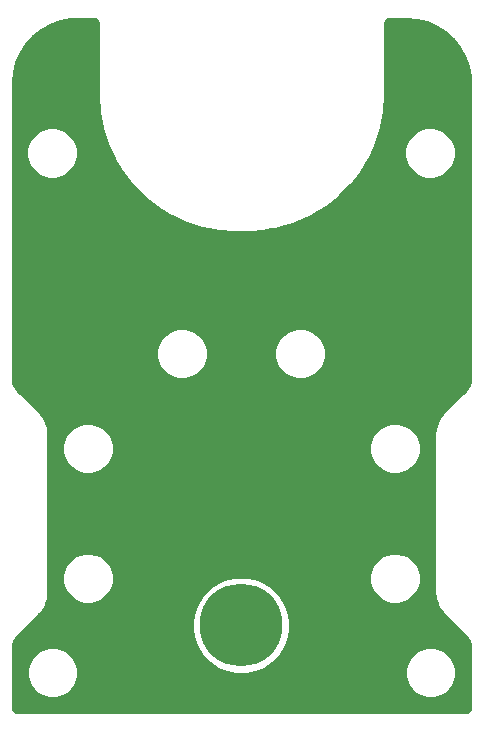
<source format=gtl>
G04 #@! TF.GenerationSoftware,KiCad,Pcbnew,5.1.9+dfsg1-1+deb11u1*
G04 #@! TF.CreationDate,2023-07-29T11:52:06+09:00*
G04 #@! TF.ProjectId,toolhead-bottom-plate,746f6f6c-6865-4616-942d-626f74746f6d,rev?*
G04 #@! TF.SameCoordinates,Original*
G04 #@! TF.FileFunction,Copper,L1,Top*
G04 #@! TF.FilePolarity,Positive*
%FSLAX46Y46*%
G04 Gerber Fmt 4.6, Leading zero omitted, Abs format (unit mm)*
G04 Created by KiCad (PCBNEW 5.1.9+dfsg1-1+deb11u1) date 2023-07-29 11:52:06*
%MOMM*%
%LPD*%
G01*
G04 APERTURE LIST*
G04 #@! TA.AperFunction,ComponentPad*
%ADD10C,7.000000*%
G04 #@! TD*
G04 #@! TA.AperFunction,NonConductor*
%ADD11C,0.254000*%
G04 #@! TD*
G04 #@! TA.AperFunction,NonConductor*
%ADD12C,0.100000*%
G04 #@! TD*
G04 APERTURE END LIST*
D10*
X138463038Y-103000000D03*
D11*
X126065462Y-51669580D02*
X126128394Y-51688580D01*
X126186443Y-51719445D01*
X126237381Y-51760989D01*
X126279286Y-51811644D01*
X126310553Y-51869471D01*
X126329994Y-51932272D01*
X126340039Y-52027845D01*
X126340038Y-57994555D01*
X126340020Y-57994819D01*
X126340002Y-58001730D01*
X126340038Y-58015463D01*
X126340038Y-58032418D01*
X126340084Y-58032882D01*
X126340153Y-58059326D01*
X126341239Y-58076579D01*
X126341148Y-58093863D01*
X126341564Y-58100762D01*
X126428151Y-59421832D01*
X126432693Y-59457787D01*
X126436865Y-59493842D01*
X126438107Y-59500640D01*
X126682777Y-60801739D01*
X126691613Y-60836919D01*
X126700079Y-60872180D01*
X126702128Y-60878780D01*
X127101335Y-62141062D01*
X127114314Y-62174873D01*
X127126974Y-62208914D01*
X127129802Y-62215220D01*
X127677765Y-63420401D01*
X127694727Y-63452438D01*
X127711370Y-63484682D01*
X127714935Y-63490603D01*
X128403715Y-64621223D01*
X128424420Y-64651015D01*
X128444799Y-64681001D01*
X128449041Y-64686439D01*
X128449049Y-64686451D01*
X128449058Y-64686461D01*
X129268671Y-65726136D01*
X129292792Y-65753209D01*
X129316639Y-65780545D01*
X129321513Y-65785445D01*
X130260102Y-66719132D01*
X130287282Y-66743095D01*
X130314259Y-66767385D01*
X130319687Y-66771664D01*
X131363648Y-67585829D01*
X131393510Y-67606353D01*
X131423210Y-67627226D01*
X131429113Y-67630822D01*
X132563326Y-68313673D01*
X132595451Y-68330468D01*
X132627429Y-68347614D01*
X132633720Y-68350474D01*
X133841753Y-68892119D01*
X133875674Y-68904937D01*
X133909470Y-68918113D01*
X133916059Y-68920197D01*
X135180414Y-69312790D01*
X135215640Y-69321442D01*
X135250764Y-69330461D01*
X135257552Y-69331737D01*
X135257555Y-69331738D01*
X135257558Y-69331738D01*
X136559919Y-69569592D01*
X136595916Y-69573948D01*
X136631882Y-69578683D01*
X136638778Y-69579135D01*
X137947792Y-69658051D01*
X137967581Y-69660000D01*
X139032419Y-69660000D01*
X139033279Y-69659915D01*
X139059326Y-69659847D01*
X139076579Y-69658761D01*
X139093863Y-69658852D01*
X139100762Y-69658436D01*
X140421832Y-69571849D01*
X140457787Y-69567307D01*
X140493842Y-69563135D01*
X140500640Y-69561893D01*
X141801739Y-69317223D01*
X141836919Y-69308387D01*
X141872180Y-69299921D01*
X141878780Y-69297872D01*
X143141062Y-68898665D01*
X143174873Y-68885686D01*
X143208914Y-68873026D01*
X143215220Y-68870198D01*
X144420401Y-68322235D01*
X144452438Y-68305273D01*
X144484682Y-68288630D01*
X144490597Y-68285069D01*
X144490607Y-68285063D01*
X145621223Y-67596285D01*
X145651015Y-67575580D01*
X145681001Y-67555201D01*
X145686439Y-67550959D01*
X145686451Y-67550951D01*
X145686461Y-67550942D01*
X146726136Y-66731329D01*
X146753209Y-66707208D01*
X146780545Y-66683361D01*
X146785445Y-66678487D01*
X147719132Y-65739898D01*
X147743095Y-65712718D01*
X147767385Y-65685741D01*
X147771664Y-65680313D01*
X148585829Y-64636352D01*
X148606353Y-64606490D01*
X148627226Y-64576790D01*
X148630822Y-64570887D01*
X149313673Y-63436674D01*
X149330468Y-63404549D01*
X149347614Y-63372571D01*
X149350474Y-63366280D01*
X149610508Y-62786323D01*
X152293535Y-62786323D01*
X152293535Y-63213677D01*
X152376908Y-63632821D01*
X152540450Y-64027645D01*
X152777875Y-64382977D01*
X153080061Y-64685163D01*
X153435393Y-64922588D01*
X153830217Y-65086130D01*
X154249361Y-65169503D01*
X154676715Y-65169503D01*
X155095859Y-65086130D01*
X155490683Y-64922588D01*
X155846015Y-64685163D01*
X156148201Y-64382977D01*
X156385626Y-64027645D01*
X156549168Y-63632821D01*
X156632541Y-63213677D01*
X156632541Y-62786323D01*
X156549168Y-62367179D01*
X156385626Y-61972355D01*
X156148201Y-61617023D01*
X155846015Y-61314837D01*
X155490683Y-61077412D01*
X155095859Y-60913870D01*
X154676715Y-60830497D01*
X154249361Y-60830497D01*
X153830217Y-60913870D01*
X153435393Y-61077412D01*
X153080061Y-61314837D01*
X152777875Y-61617023D01*
X152540450Y-61972355D01*
X152376908Y-62367179D01*
X152293535Y-62786323D01*
X149610508Y-62786323D01*
X149892119Y-62158247D01*
X149904937Y-62124326D01*
X149918113Y-62090530D01*
X149920197Y-62083941D01*
X150312790Y-60819586D01*
X150321442Y-60784360D01*
X150330461Y-60749236D01*
X150331738Y-60742444D01*
X150569592Y-59440081D01*
X150573948Y-59404084D01*
X150578683Y-59368118D01*
X150579135Y-59361222D01*
X150657991Y-58053203D01*
X150660038Y-58032419D01*
X150660038Y-52032279D01*
X150669618Y-51934576D01*
X150688618Y-51871644D01*
X150719483Y-51813595D01*
X150761027Y-51762657D01*
X150811682Y-51720752D01*
X150869509Y-51689485D01*
X150932310Y-51670044D01*
X151027873Y-51660000D01*
X152472949Y-51660000D01*
X153371835Y-51733902D01*
X154220220Y-51947001D01*
X155022409Y-52295803D01*
X155756856Y-52770938D01*
X156403836Y-53359646D01*
X156945984Y-54046125D01*
X157368730Y-54811928D01*
X157660722Y-55636491D01*
X157816154Y-56509076D01*
X157840038Y-57015547D01*
X157840039Y-82139312D01*
X157811413Y-82431261D01*
X157736003Y-82681030D01*
X157613515Y-82911395D01*
X157428897Y-83137759D01*
X155596136Y-84970420D01*
X155579098Y-84991179D01*
X155575306Y-84994893D01*
X155569432Y-85001993D01*
X155322731Y-85304479D01*
X155289616Y-85354321D01*
X155255832Y-85403661D01*
X155251449Y-85411767D01*
X155068200Y-85756409D01*
X155045406Y-85811712D01*
X155021840Y-85866694D01*
X155019116Y-85875498D01*
X154906296Y-86249170D01*
X154894672Y-86307876D01*
X154882240Y-86366364D01*
X154881277Y-86375528D01*
X154843188Y-86763997D01*
X154843188Y-86764008D01*
X154840039Y-86795981D01*
X154840038Y-100203988D01*
X154842622Y-100230227D01*
X154842561Y-100236073D01*
X154843429Y-100245247D01*
X154882874Y-100633581D01*
X154894695Y-100692205D01*
X154905701Y-100751019D01*
X154908334Y-100759850D01*
X155022456Y-101133127D01*
X155045457Y-101188383D01*
X155067659Y-101243893D01*
X155071957Y-101252045D01*
X155256409Y-101596046D01*
X155289665Y-101645722D01*
X155322265Y-101695923D01*
X155328065Y-101703084D01*
X155534217Y-101954058D01*
X155534321Y-101954252D01*
X155596134Y-102029567D01*
X157424780Y-103858134D01*
X157610927Y-104084753D01*
X157734219Y-104314691D01*
X157810500Y-104564196D01*
X157840038Y-104854997D01*
X157840039Y-109967711D01*
X157830458Y-110065424D01*
X157811458Y-110128357D01*
X157780592Y-110186406D01*
X157739049Y-110237343D01*
X157688394Y-110279248D01*
X157630567Y-110310515D01*
X157567766Y-110329956D01*
X157472203Y-110340000D01*
X119532317Y-110340000D01*
X119434614Y-110330420D01*
X119371681Y-110311420D01*
X119313632Y-110280554D01*
X119262695Y-110239011D01*
X119220790Y-110188356D01*
X119189523Y-110130529D01*
X119170082Y-110067728D01*
X119160038Y-109972165D01*
X119160038Y-106786323D01*
X120330535Y-106786323D01*
X120330535Y-107213677D01*
X120413908Y-107632821D01*
X120577450Y-108027645D01*
X120814875Y-108382977D01*
X121117061Y-108685163D01*
X121472393Y-108922588D01*
X121867217Y-109086130D01*
X122286361Y-109169503D01*
X122713715Y-109169503D01*
X123132859Y-109086130D01*
X123527683Y-108922588D01*
X123883015Y-108685163D01*
X124185201Y-108382977D01*
X124422626Y-108027645D01*
X124586168Y-107632821D01*
X124669541Y-107213677D01*
X124669541Y-106786323D01*
X124586168Y-106367179D01*
X124422626Y-105972355D01*
X124185201Y-105617023D01*
X123883015Y-105314837D01*
X123527683Y-105077412D01*
X123132859Y-104913870D01*
X122713715Y-104830497D01*
X122286361Y-104830497D01*
X121867217Y-104913870D01*
X121472393Y-105077412D01*
X121117061Y-105314837D01*
X120814875Y-105617023D01*
X120577450Y-105972355D01*
X120413908Y-106367179D01*
X120330535Y-106786323D01*
X119160038Y-106786323D01*
X119160038Y-104860708D01*
X119188663Y-104568770D01*
X119264073Y-104319000D01*
X119386560Y-104088637D01*
X119571717Y-103861612D01*
X120840647Y-102592738D01*
X134328038Y-102592738D01*
X134328038Y-103407262D01*
X134486944Y-104206135D01*
X134798649Y-104958657D01*
X135251174Y-105635909D01*
X135827129Y-106211864D01*
X136504381Y-106664389D01*
X137256903Y-106976094D01*
X138055776Y-107135000D01*
X138870300Y-107135000D01*
X139669173Y-106976094D01*
X140127320Y-106786323D01*
X152330533Y-106786323D01*
X152330533Y-107213677D01*
X152413906Y-107632821D01*
X152577448Y-108027645D01*
X152814873Y-108382978D01*
X153117059Y-108685164D01*
X153472392Y-108922589D01*
X153867216Y-109086131D01*
X154286360Y-109169504D01*
X154713714Y-109169504D01*
X155132858Y-109086131D01*
X155527682Y-108922589D01*
X155883015Y-108685164D01*
X156185201Y-108382978D01*
X156422626Y-108027645D01*
X156586168Y-107632821D01*
X156669541Y-107213677D01*
X156669541Y-106786323D01*
X156586168Y-106367179D01*
X156422626Y-105972355D01*
X156185201Y-105617022D01*
X155883015Y-105314836D01*
X155527682Y-105077411D01*
X155132858Y-104913869D01*
X154713714Y-104830496D01*
X154286360Y-104830496D01*
X153867216Y-104913869D01*
X153472392Y-105077411D01*
X153117059Y-105314836D01*
X152814873Y-105617022D01*
X152577448Y-105972355D01*
X152413906Y-106367179D01*
X152330533Y-106786323D01*
X140127320Y-106786323D01*
X140421695Y-106664389D01*
X141098947Y-106211864D01*
X141674902Y-105635909D01*
X142127427Y-104958657D01*
X142439132Y-104206135D01*
X142598038Y-103407262D01*
X142598038Y-102592738D01*
X142439132Y-101793865D01*
X142127427Y-101041343D01*
X141674902Y-100364091D01*
X141098947Y-99788136D01*
X140421695Y-99335611D01*
X139669173Y-99023906D01*
X138870300Y-98865000D01*
X138055776Y-98865000D01*
X137256903Y-99023906D01*
X136504381Y-99335611D01*
X135827129Y-99788136D01*
X135251174Y-100364091D01*
X134798649Y-101041343D01*
X134486944Y-101793865D01*
X134328038Y-102592738D01*
X120840647Y-102592738D01*
X121381263Y-102052146D01*
X121381745Y-102051669D01*
X121383170Y-102050239D01*
X121403842Y-102029568D01*
X121420554Y-102009206D01*
X121424770Y-102005077D01*
X121430644Y-101997977D01*
X121677345Y-101695491D01*
X121710460Y-101645649D01*
X121744244Y-101596309D01*
X121748627Y-101588203D01*
X121931876Y-101243561D01*
X121954676Y-101188244D01*
X121978236Y-101133275D01*
X121980961Y-101124472D01*
X122093780Y-100750800D01*
X122105403Y-100692100D01*
X122117836Y-100633606D01*
X122118799Y-100624442D01*
X122156888Y-100235972D01*
X122160038Y-100203989D01*
X122160038Y-98786323D01*
X123330535Y-98786323D01*
X123330535Y-99213677D01*
X123413908Y-99632821D01*
X123577450Y-100027645D01*
X123814875Y-100382977D01*
X124117061Y-100685163D01*
X124472393Y-100922588D01*
X124867217Y-101086130D01*
X125286361Y-101169503D01*
X125713715Y-101169503D01*
X126132859Y-101086130D01*
X126527683Y-100922588D01*
X126883015Y-100685163D01*
X127185201Y-100382977D01*
X127422626Y-100027645D01*
X127586168Y-99632821D01*
X127669541Y-99213677D01*
X127669541Y-98786323D01*
X149330535Y-98786323D01*
X149330535Y-99213677D01*
X149413908Y-99632821D01*
X149577450Y-100027645D01*
X149814875Y-100382977D01*
X150117061Y-100685163D01*
X150472393Y-100922588D01*
X150867217Y-101086130D01*
X151286361Y-101169503D01*
X151713715Y-101169503D01*
X152132859Y-101086130D01*
X152527683Y-100922588D01*
X152883015Y-100685163D01*
X153185201Y-100382977D01*
X153422626Y-100027645D01*
X153586168Y-99632821D01*
X153669541Y-99213677D01*
X153669541Y-98786323D01*
X153586168Y-98367179D01*
X153422626Y-97972355D01*
X153185201Y-97617023D01*
X152883015Y-97314837D01*
X152527683Y-97077412D01*
X152132859Y-96913870D01*
X151713715Y-96830497D01*
X151286361Y-96830497D01*
X150867217Y-96913870D01*
X150472393Y-97077412D01*
X150117061Y-97314837D01*
X149814875Y-97617023D01*
X149577450Y-97972355D01*
X149413908Y-98367179D01*
X149330535Y-98786323D01*
X127669541Y-98786323D01*
X127586168Y-98367179D01*
X127422626Y-97972355D01*
X127185201Y-97617023D01*
X126883015Y-97314837D01*
X126527683Y-97077412D01*
X126132859Y-96913870D01*
X125713715Y-96830497D01*
X125286361Y-96830497D01*
X124867217Y-96913870D01*
X124472393Y-97077412D01*
X124117061Y-97314837D01*
X123814875Y-97617023D01*
X123577450Y-97972355D01*
X123413908Y-98367179D01*
X123330535Y-98786323D01*
X122160038Y-98786323D01*
X122160038Y-87786323D01*
X123330535Y-87786323D01*
X123330535Y-88213677D01*
X123413908Y-88632821D01*
X123577450Y-89027645D01*
X123814875Y-89382977D01*
X124117061Y-89685163D01*
X124472393Y-89922588D01*
X124867217Y-90086130D01*
X125286361Y-90169503D01*
X125713715Y-90169503D01*
X126132859Y-90086130D01*
X126527683Y-89922588D01*
X126883015Y-89685163D01*
X127185201Y-89382977D01*
X127422626Y-89027645D01*
X127586168Y-88632821D01*
X127669541Y-88213677D01*
X127669541Y-87786323D01*
X149330535Y-87786323D01*
X149330535Y-88213677D01*
X149413908Y-88632821D01*
X149577450Y-89027645D01*
X149814875Y-89382977D01*
X150117061Y-89685163D01*
X150472393Y-89922588D01*
X150867217Y-90086130D01*
X151286361Y-90169503D01*
X151713715Y-90169503D01*
X152132859Y-90086130D01*
X152527683Y-89922588D01*
X152883015Y-89685163D01*
X153185201Y-89382977D01*
X153422626Y-89027645D01*
X153586168Y-88632821D01*
X153669541Y-88213677D01*
X153669541Y-87786323D01*
X153586168Y-87367179D01*
X153422626Y-86972355D01*
X153185201Y-86617023D01*
X152883015Y-86314837D01*
X152527683Y-86077412D01*
X152132859Y-85913870D01*
X151713715Y-85830497D01*
X151286361Y-85830497D01*
X150867217Y-85913870D01*
X150472393Y-86077412D01*
X150117061Y-86314837D01*
X149814875Y-86617023D01*
X149577450Y-86972355D01*
X149413908Y-87367179D01*
X149330535Y-87786323D01*
X127669541Y-87786323D01*
X127586168Y-87367179D01*
X127422626Y-86972355D01*
X127185201Y-86617023D01*
X126883015Y-86314837D01*
X126527683Y-86077412D01*
X126132859Y-85913870D01*
X125713715Y-85830497D01*
X125286361Y-85830497D01*
X124867217Y-85913870D01*
X124472393Y-86077412D01*
X124117061Y-86314837D01*
X123814875Y-86617023D01*
X123577450Y-86972355D01*
X123413908Y-87367179D01*
X123330535Y-87786323D01*
X122160038Y-87786323D01*
X122160038Y-86795981D01*
X122157454Y-86769742D01*
X122157515Y-86763895D01*
X122156647Y-86754721D01*
X122117201Y-86366388D01*
X122105377Y-86307751D01*
X122094374Y-86248953D01*
X122091741Y-86240122D01*
X121977621Y-85866846D01*
X121954620Y-85811591D01*
X121932417Y-85756077D01*
X121928119Y-85747926D01*
X121743667Y-85403925D01*
X121710401Y-85354234D01*
X121677811Y-85304048D01*
X121672011Y-85296887D01*
X121424256Y-84995265D01*
X121424119Y-84995128D01*
X121403840Y-84970419D01*
X119575666Y-83142347D01*
X119389149Y-82915277D01*
X119265857Y-82685339D01*
X119189576Y-82435835D01*
X119160038Y-82145033D01*
X119160038Y-79786323D01*
X131293535Y-79786323D01*
X131293535Y-80213677D01*
X131376908Y-80632821D01*
X131540450Y-81027645D01*
X131777875Y-81382977D01*
X132080061Y-81685163D01*
X132435393Y-81922588D01*
X132830217Y-82086130D01*
X133249361Y-82169503D01*
X133676715Y-82169503D01*
X134095859Y-82086130D01*
X134490683Y-81922588D01*
X134846015Y-81685163D01*
X135148201Y-81382977D01*
X135385626Y-81027645D01*
X135549168Y-80632821D01*
X135632541Y-80213677D01*
X135632541Y-79786323D01*
X141293535Y-79786323D01*
X141293535Y-80213677D01*
X141376908Y-80632821D01*
X141540450Y-81027645D01*
X141777875Y-81382977D01*
X142080061Y-81685163D01*
X142435393Y-81922588D01*
X142830217Y-82086130D01*
X143249361Y-82169503D01*
X143676715Y-82169503D01*
X144095859Y-82086130D01*
X144490683Y-81922588D01*
X144846015Y-81685163D01*
X145148201Y-81382977D01*
X145385626Y-81027645D01*
X145549168Y-80632821D01*
X145632541Y-80213677D01*
X145632541Y-79786323D01*
X145549168Y-79367179D01*
X145385626Y-78972355D01*
X145148201Y-78617023D01*
X144846015Y-78314837D01*
X144490683Y-78077412D01*
X144095859Y-77913870D01*
X143676715Y-77830497D01*
X143249361Y-77830497D01*
X142830217Y-77913870D01*
X142435393Y-78077412D01*
X142080061Y-78314837D01*
X141777875Y-78617023D01*
X141540450Y-78972355D01*
X141376908Y-79367179D01*
X141293535Y-79786323D01*
X135632541Y-79786323D01*
X135549168Y-79367179D01*
X135385626Y-78972355D01*
X135148201Y-78617023D01*
X134846015Y-78314837D01*
X134490683Y-78077412D01*
X134095859Y-77913870D01*
X133676715Y-77830497D01*
X133249361Y-77830497D01*
X132830217Y-77913870D01*
X132435393Y-78077412D01*
X132080061Y-78314837D01*
X131777875Y-78617023D01*
X131540450Y-78972355D01*
X131376908Y-79367179D01*
X131293535Y-79786323D01*
X119160038Y-79786323D01*
X119160038Y-62786323D01*
X120293535Y-62786323D01*
X120293535Y-63213677D01*
X120376908Y-63632821D01*
X120540450Y-64027645D01*
X120777875Y-64382977D01*
X121080061Y-64685163D01*
X121435393Y-64922588D01*
X121830217Y-65086130D01*
X122249361Y-65169503D01*
X122676715Y-65169503D01*
X123095859Y-65086130D01*
X123490683Y-64922588D01*
X123846015Y-64685163D01*
X124148201Y-64382977D01*
X124385626Y-64027645D01*
X124549168Y-63632821D01*
X124632541Y-63213677D01*
X124632541Y-62786323D01*
X124549168Y-62367179D01*
X124385626Y-61972355D01*
X124148201Y-61617023D01*
X123846015Y-61314837D01*
X123490683Y-61077412D01*
X123095859Y-60913870D01*
X122676715Y-60830497D01*
X122249361Y-60830497D01*
X121830217Y-60913870D01*
X121435393Y-61077412D01*
X121080061Y-61314837D01*
X120777875Y-61617023D01*
X120540450Y-61972355D01*
X120376908Y-62367179D01*
X120293535Y-62786323D01*
X119160038Y-62786323D01*
X119160038Y-57027089D01*
X119233940Y-56128203D01*
X119447039Y-55279818D01*
X119795841Y-54477629D01*
X120270976Y-53743182D01*
X120859684Y-53096202D01*
X121546163Y-52554054D01*
X122311966Y-52131308D01*
X123136529Y-51839316D01*
X124009114Y-51683884D01*
X124515585Y-51660000D01*
X125967759Y-51660000D01*
X126065462Y-51669580D01*
G04 #@! TA.AperFunction,NonConductor*
D12*
G36*
X126065462Y-51669580D02*
G01*
X126128394Y-51688580D01*
X126186443Y-51719445D01*
X126237381Y-51760989D01*
X126279286Y-51811644D01*
X126310553Y-51869471D01*
X126329994Y-51932272D01*
X126340039Y-52027845D01*
X126340038Y-57994555D01*
X126340020Y-57994819D01*
X126340002Y-58001730D01*
X126340038Y-58015463D01*
X126340038Y-58032418D01*
X126340084Y-58032882D01*
X126340153Y-58059326D01*
X126341239Y-58076579D01*
X126341148Y-58093863D01*
X126341564Y-58100762D01*
X126428151Y-59421832D01*
X126432693Y-59457787D01*
X126436865Y-59493842D01*
X126438107Y-59500640D01*
X126682777Y-60801739D01*
X126691613Y-60836919D01*
X126700079Y-60872180D01*
X126702128Y-60878780D01*
X127101335Y-62141062D01*
X127114314Y-62174873D01*
X127126974Y-62208914D01*
X127129802Y-62215220D01*
X127677765Y-63420401D01*
X127694727Y-63452438D01*
X127711370Y-63484682D01*
X127714935Y-63490603D01*
X128403715Y-64621223D01*
X128424420Y-64651015D01*
X128444799Y-64681001D01*
X128449041Y-64686439D01*
X128449049Y-64686451D01*
X128449058Y-64686461D01*
X129268671Y-65726136D01*
X129292792Y-65753209D01*
X129316639Y-65780545D01*
X129321513Y-65785445D01*
X130260102Y-66719132D01*
X130287282Y-66743095D01*
X130314259Y-66767385D01*
X130319687Y-66771664D01*
X131363648Y-67585829D01*
X131393510Y-67606353D01*
X131423210Y-67627226D01*
X131429113Y-67630822D01*
X132563326Y-68313673D01*
X132595451Y-68330468D01*
X132627429Y-68347614D01*
X132633720Y-68350474D01*
X133841753Y-68892119D01*
X133875674Y-68904937D01*
X133909470Y-68918113D01*
X133916059Y-68920197D01*
X135180414Y-69312790D01*
X135215640Y-69321442D01*
X135250764Y-69330461D01*
X135257552Y-69331737D01*
X135257555Y-69331738D01*
X135257558Y-69331738D01*
X136559919Y-69569592D01*
X136595916Y-69573948D01*
X136631882Y-69578683D01*
X136638778Y-69579135D01*
X137947792Y-69658051D01*
X137967581Y-69660000D01*
X139032419Y-69660000D01*
X139033279Y-69659915D01*
X139059326Y-69659847D01*
X139076579Y-69658761D01*
X139093863Y-69658852D01*
X139100762Y-69658436D01*
X140421832Y-69571849D01*
X140457787Y-69567307D01*
X140493842Y-69563135D01*
X140500640Y-69561893D01*
X141801739Y-69317223D01*
X141836919Y-69308387D01*
X141872180Y-69299921D01*
X141878780Y-69297872D01*
X143141062Y-68898665D01*
X143174873Y-68885686D01*
X143208914Y-68873026D01*
X143215220Y-68870198D01*
X144420401Y-68322235D01*
X144452438Y-68305273D01*
X144484682Y-68288630D01*
X144490597Y-68285069D01*
X144490607Y-68285063D01*
X145621223Y-67596285D01*
X145651015Y-67575580D01*
X145681001Y-67555201D01*
X145686439Y-67550959D01*
X145686451Y-67550951D01*
X145686461Y-67550942D01*
X146726136Y-66731329D01*
X146753209Y-66707208D01*
X146780545Y-66683361D01*
X146785445Y-66678487D01*
X147719132Y-65739898D01*
X147743095Y-65712718D01*
X147767385Y-65685741D01*
X147771664Y-65680313D01*
X148585829Y-64636352D01*
X148606353Y-64606490D01*
X148627226Y-64576790D01*
X148630822Y-64570887D01*
X149313673Y-63436674D01*
X149330468Y-63404549D01*
X149347614Y-63372571D01*
X149350474Y-63366280D01*
X149610508Y-62786323D01*
X152293535Y-62786323D01*
X152293535Y-63213677D01*
X152376908Y-63632821D01*
X152540450Y-64027645D01*
X152777875Y-64382977D01*
X153080061Y-64685163D01*
X153435393Y-64922588D01*
X153830217Y-65086130D01*
X154249361Y-65169503D01*
X154676715Y-65169503D01*
X155095859Y-65086130D01*
X155490683Y-64922588D01*
X155846015Y-64685163D01*
X156148201Y-64382977D01*
X156385626Y-64027645D01*
X156549168Y-63632821D01*
X156632541Y-63213677D01*
X156632541Y-62786323D01*
X156549168Y-62367179D01*
X156385626Y-61972355D01*
X156148201Y-61617023D01*
X155846015Y-61314837D01*
X155490683Y-61077412D01*
X155095859Y-60913870D01*
X154676715Y-60830497D01*
X154249361Y-60830497D01*
X153830217Y-60913870D01*
X153435393Y-61077412D01*
X153080061Y-61314837D01*
X152777875Y-61617023D01*
X152540450Y-61972355D01*
X152376908Y-62367179D01*
X152293535Y-62786323D01*
X149610508Y-62786323D01*
X149892119Y-62158247D01*
X149904937Y-62124326D01*
X149918113Y-62090530D01*
X149920197Y-62083941D01*
X150312790Y-60819586D01*
X150321442Y-60784360D01*
X150330461Y-60749236D01*
X150331738Y-60742444D01*
X150569592Y-59440081D01*
X150573948Y-59404084D01*
X150578683Y-59368118D01*
X150579135Y-59361222D01*
X150657991Y-58053203D01*
X150660038Y-58032419D01*
X150660038Y-52032279D01*
X150669618Y-51934576D01*
X150688618Y-51871644D01*
X150719483Y-51813595D01*
X150761027Y-51762657D01*
X150811682Y-51720752D01*
X150869509Y-51689485D01*
X150932310Y-51670044D01*
X151027873Y-51660000D01*
X152472949Y-51660000D01*
X153371835Y-51733902D01*
X154220220Y-51947001D01*
X155022409Y-52295803D01*
X155756856Y-52770938D01*
X156403836Y-53359646D01*
X156945984Y-54046125D01*
X157368730Y-54811928D01*
X157660722Y-55636491D01*
X157816154Y-56509076D01*
X157840038Y-57015547D01*
X157840039Y-82139312D01*
X157811413Y-82431261D01*
X157736003Y-82681030D01*
X157613515Y-82911395D01*
X157428897Y-83137759D01*
X155596136Y-84970420D01*
X155579098Y-84991179D01*
X155575306Y-84994893D01*
X155569432Y-85001993D01*
X155322731Y-85304479D01*
X155289616Y-85354321D01*
X155255832Y-85403661D01*
X155251449Y-85411767D01*
X155068200Y-85756409D01*
X155045406Y-85811712D01*
X155021840Y-85866694D01*
X155019116Y-85875498D01*
X154906296Y-86249170D01*
X154894672Y-86307876D01*
X154882240Y-86366364D01*
X154881277Y-86375528D01*
X154843188Y-86763997D01*
X154843188Y-86764008D01*
X154840039Y-86795981D01*
X154840038Y-100203988D01*
X154842622Y-100230227D01*
X154842561Y-100236073D01*
X154843429Y-100245247D01*
X154882874Y-100633581D01*
X154894695Y-100692205D01*
X154905701Y-100751019D01*
X154908334Y-100759850D01*
X155022456Y-101133127D01*
X155045457Y-101188383D01*
X155067659Y-101243893D01*
X155071957Y-101252045D01*
X155256409Y-101596046D01*
X155289665Y-101645722D01*
X155322265Y-101695923D01*
X155328065Y-101703084D01*
X155534217Y-101954058D01*
X155534321Y-101954252D01*
X155596134Y-102029567D01*
X157424780Y-103858134D01*
X157610927Y-104084753D01*
X157734219Y-104314691D01*
X157810500Y-104564196D01*
X157840038Y-104854997D01*
X157840039Y-109967711D01*
X157830458Y-110065424D01*
X157811458Y-110128357D01*
X157780592Y-110186406D01*
X157739049Y-110237343D01*
X157688394Y-110279248D01*
X157630567Y-110310515D01*
X157567766Y-110329956D01*
X157472203Y-110340000D01*
X119532317Y-110340000D01*
X119434614Y-110330420D01*
X119371681Y-110311420D01*
X119313632Y-110280554D01*
X119262695Y-110239011D01*
X119220790Y-110188356D01*
X119189523Y-110130529D01*
X119170082Y-110067728D01*
X119160038Y-109972165D01*
X119160038Y-106786323D01*
X120330535Y-106786323D01*
X120330535Y-107213677D01*
X120413908Y-107632821D01*
X120577450Y-108027645D01*
X120814875Y-108382977D01*
X121117061Y-108685163D01*
X121472393Y-108922588D01*
X121867217Y-109086130D01*
X122286361Y-109169503D01*
X122713715Y-109169503D01*
X123132859Y-109086130D01*
X123527683Y-108922588D01*
X123883015Y-108685163D01*
X124185201Y-108382977D01*
X124422626Y-108027645D01*
X124586168Y-107632821D01*
X124669541Y-107213677D01*
X124669541Y-106786323D01*
X124586168Y-106367179D01*
X124422626Y-105972355D01*
X124185201Y-105617023D01*
X123883015Y-105314837D01*
X123527683Y-105077412D01*
X123132859Y-104913870D01*
X122713715Y-104830497D01*
X122286361Y-104830497D01*
X121867217Y-104913870D01*
X121472393Y-105077412D01*
X121117061Y-105314837D01*
X120814875Y-105617023D01*
X120577450Y-105972355D01*
X120413908Y-106367179D01*
X120330535Y-106786323D01*
X119160038Y-106786323D01*
X119160038Y-104860708D01*
X119188663Y-104568770D01*
X119264073Y-104319000D01*
X119386560Y-104088637D01*
X119571717Y-103861612D01*
X120840647Y-102592738D01*
X134328038Y-102592738D01*
X134328038Y-103407262D01*
X134486944Y-104206135D01*
X134798649Y-104958657D01*
X135251174Y-105635909D01*
X135827129Y-106211864D01*
X136504381Y-106664389D01*
X137256903Y-106976094D01*
X138055776Y-107135000D01*
X138870300Y-107135000D01*
X139669173Y-106976094D01*
X140127320Y-106786323D01*
X152330533Y-106786323D01*
X152330533Y-107213677D01*
X152413906Y-107632821D01*
X152577448Y-108027645D01*
X152814873Y-108382978D01*
X153117059Y-108685164D01*
X153472392Y-108922589D01*
X153867216Y-109086131D01*
X154286360Y-109169504D01*
X154713714Y-109169504D01*
X155132858Y-109086131D01*
X155527682Y-108922589D01*
X155883015Y-108685164D01*
X156185201Y-108382978D01*
X156422626Y-108027645D01*
X156586168Y-107632821D01*
X156669541Y-107213677D01*
X156669541Y-106786323D01*
X156586168Y-106367179D01*
X156422626Y-105972355D01*
X156185201Y-105617022D01*
X155883015Y-105314836D01*
X155527682Y-105077411D01*
X155132858Y-104913869D01*
X154713714Y-104830496D01*
X154286360Y-104830496D01*
X153867216Y-104913869D01*
X153472392Y-105077411D01*
X153117059Y-105314836D01*
X152814873Y-105617022D01*
X152577448Y-105972355D01*
X152413906Y-106367179D01*
X152330533Y-106786323D01*
X140127320Y-106786323D01*
X140421695Y-106664389D01*
X141098947Y-106211864D01*
X141674902Y-105635909D01*
X142127427Y-104958657D01*
X142439132Y-104206135D01*
X142598038Y-103407262D01*
X142598038Y-102592738D01*
X142439132Y-101793865D01*
X142127427Y-101041343D01*
X141674902Y-100364091D01*
X141098947Y-99788136D01*
X140421695Y-99335611D01*
X139669173Y-99023906D01*
X138870300Y-98865000D01*
X138055776Y-98865000D01*
X137256903Y-99023906D01*
X136504381Y-99335611D01*
X135827129Y-99788136D01*
X135251174Y-100364091D01*
X134798649Y-101041343D01*
X134486944Y-101793865D01*
X134328038Y-102592738D01*
X120840647Y-102592738D01*
X121381263Y-102052146D01*
X121381745Y-102051669D01*
X121383170Y-102050239D01*
X121403842Y-102029568D01*
X121420554Y-102009206D01*
X121424770Y-102005077D01*
X121430644Y-101997977D01*
X121677345Y-101695491D01*
X121710460Y-101645649D01*
X121744244Y-101596309D01*
X121748627Y-101588203D01*
X121931876Y-101243561D01*
X121954676Y-101188244D01*
X121978236Y-101133275D01*
X121980961Y-101124472D01*
X122093780Y-100750800D01*
X122105403Y-100692100D01*
X122117836Y-100633606D01*
X122118799Y-100624442D01*
X122156888Y-100235972D01*
X122160038Y-100203989D01*
X122160038Y-98786323D01*
X123330535Y-98786323D01*
X123330535Y-99213677D01*
X123413908Y-99632821D01*
X123577450Y-100027645D01*
X123814875Y-100382977D01*
X124117061Y-100685163D01*
X124472393Y-100922588D01*
X124867217Y-101086130D01*
X125286361Y-101169503D01*
X125713715Y-101169503D01*
X126132859Y-101086130D01*
X126527683Y-100922588D01*
X126883015Y-100685163D01*
X127185201Y-100382977D01*
X127422626Y-100027645D01*
X127586168Y-99632821D01*
X127669541Y-99213677D01*
X127669541Y-98786323D01*
X149330535Y-98786323D01*
X149330535Y-99213677D01*
X149413908Y-99632821D01*
X149577450Y-100027645D01*
X149814875Y-100382977D01*
X150117061Y-100685163D01*
X150472393Y-100922588D01*
X150867217Y-101086130D01*
X151286361Y-101169503D01*
X151713715Y-101169503D01*
X152132859Y-101086130D01*
X152527683Y-100922588D01*
X152883015Y-100685163D01*
X153185201Y-100382977D01*
X153422626Y-100027645D01*
X153586168Y-99632821D01*
X153669541Y-99213677D01*
X153669541Y-98786323D01*
X153586168Y-98367179D01*
X153422626Y-97972355D01*
X153185201Y-97617023D01*
X152883015Y-97314837D01*
X152527683Y-97077412D01*
X152132859Y-96913870D01*
X151713715Y-96830497D01*
X151286361Y-96830497D01*
X150867217Y-96913870D01*
X150472393Y-97077412D01*
X150117061Y-97314837D01*
X149814875Y-97617023D01*
X149577450Y-97972355D01*
X149413908Y-98367179D01*
X149330535Y-98786323D01*
X127669541Y-98786323D01*
X127586168Y-98367179D01*
X127422626Y-97972355D01*
X127185201Y-97617023D01*
X126883015Y-97314837D01*
X126527683Y-97077412D01*
X126132859Y-96913870D01*
X125713715Y-96830497D01*
X125286361Y-96830497D01*
X124867217Y-96913870D01*
X124472393Y-97077412D01*
X124117061Y-97314837D01*
X123814875Y-97617023D01*
X123577450Y-97972355D01*
X123413908Y-98367179D01*
X123330535Y-98786323D01*
X122160038Y-98786323D01*
X122160038Y-87786323D01*
X123330535Y-87786323D01*
X123330535Y-88213677D01*
X123413908Y-88632821D01*
X123577450Y-89027645D01*
X123814875Y-89382977D01*
X124117061Y-89685163D01*
X124472393Y-89922588D01*
X124867217Y-90086130D01*
X125286361Y-90169503D01*
X125713715Y-90169503D01*
X126132859Y-90086130D01*
X126527683Y-89922588D01*
X126883015Y-89685163D01*
X127185201Y-89382977D01*
X127422626Y-89027645D01*
X127586168Y-88632821D01*
X127669541Y-88213677D01*
X127669541Y-87786323D01*
X149330535Y-87786323D01*
X149330535Y-88213677D01*
X149413908Y-88632821D01*
X149577450Y-89027645D01*
X149814875Y-89382977D01*
X150117061Y-89685163D01*
X150472393Y-89922588D01*
X150867217Y-90086130D01*
X151286361Y-90169503D01*
X151713715Y-90169503D01*
X152132859Y-90086130D01*
X152527683Y-89922588D01*
X152883015Y-89685163D01*
X153185201Y-89382977D01*
X153422626Y-89027645D01*
X153586168Y-88632821D01*
X153669541Y-88213677D01*
X153669541Y-87786323D01*
X153586168Y-87367179D01*
X153422626Y-86972355D01*
X153185201Y-86617023D01*
X152883015Y-86314837D01*
X152527683Y-86077412D01*
X152132859Y-85913870D01*
X151713715Y-85830497D01*
X151286361Y-85830497D01*
X150867217Y-85913870D01*
X150472393Y-86077412D01*
X150117061Y-86314837D01*
X149814875Y-86617023D01*
X149577450Y-86972355D01*
X149413908Y-87367179D01*
X149330535Y-87786323D01*
X127669541Y-87786323D01*
X127586168Y-87367179D01*
X127422626Y-86972355D01*
X127185201Y-86617023D01*
X126883015Y-86314837D01*
X126527683Y-86077412D01*
X126132859Y-85913870D01*
X125713715Y-85830497D01*
X125286361Y-85830497D01*
X124867217Y-85913870D01*
X124472393Y-86077412D01*
X124117061Y-86314837D01*
X123814875Y-86617023D01*
X123577450Y-86972355D01*
X123413908Y-87367179D01*
X123330535Y-87786323D01*
X122160038Y-87786323D01*
X122160038Y-86795981D01*
X122157454Y-86769742D01*
X122157515Y-86763895D01*
X122156647Y-86754721D01*
X122117201Y-86366388D01*
X122105377Y-86307751D01*
X122094374Y-86248953D01*
X122091741Y-86240122D01*
X121977621Y-85866846D01*
X121954620Y-85811591D01*
X121932417Y-85756077D01*
X121928119Y-85747926D01*
X121743667Y-85403925D01*
X121710401Y-85354234D01*
X121677811Y-85304048D01*
X121672011Y-85296887D01*
X121424256Y-84995265D01*
X121424119Y-84995128D01*
X121403840Y-84970419D01*
X119575666Y-83142347D01*
X119389149Y-82915277D01*
X119265857Y-82685339D01*
X119189576Y-82435835D01*
X119160038Y-82145033D01*
X119160038Y-79786323D01*
X131293535Y-79786323D01*
X131293535Y-80213677D01*
X131376908Y-80632821D01*
X131540450Y-81027645D01*
X131777875Y-81382977D01*
X132080061Y-81685163D01*
X132435393Y-81922588D01*
X132830217Y-82086130D01*
X133249361Y-82169503D01*
X133676715Y-82169503D01*
X134095859Y-82086130D01*
X134490683Y-81922588D01*
X134846015Y-81685163D01*
X135148201Y-81382977D01*
X135385626Y-81027645D01*
X135549168Y-80632821D01*
X135632541Y-80213677D01*
X135632541Y-79786323D01*
X141293535Y-79786323D01*
X141293535Y-80213677D01*
X141376908Y-80632821D01*
X141540450Y-81027645D01*
X141777875Y-81382977D01*
X142080061Y-81685163D01*
X142435393Y-81922588D01*
X142830217Y-82086130D01*
X143249361Y-82169503D01*
X143676715Y-82169503D01*
X144095859Y-82086130D01*
X144490683Y-81922588D01*
X144846015Y-81685163D01*
X145148201Y-81382977D01*
X145385626Y-81027645D01*
X145549168Y-80632821D01*
X145632541Y-80213677D01*
X145632541Y-79786323D01*
X145549168Y-79367179D01*
X145385626Y-78972355D01*
X145148201Y-78617023D01*
X144846015Y-78314837D01*
X144490683Y-78077412D01*
X144095859Y-77913870D01*
X143676715Y-77830497D01*
X143249361Y-77830497D01*
X142830217Y-77913870D01*
X142435393Y-78077412D01*
X142080061Y-78314837D01*
X141777875Y-78617023D01*
X141540450Y-78972355D01*
X141376908Y-79367179D01*
X141293535Y-79786323D01*
X135632541Y-79786323D01*
X135549168Y-79367179D01*
X135385626Y-78972355D01*
X135148201Y-78617023D01*
X134846015Y-78314837D01*
X134490683Y-78077412D01*
X134095859Y-77913870D01*
X133676715Y-77830497D01*
X133249361Y-77830497D01*
X132830217Y-77913870D01*
X132435393Y-78077412D01*
X132080061Y-78314837D01*
X131777875Y-78617023D01*
X131540450Y-78972355D01*
X131376908Y-79367179D01*
X131293535Y-79786323D01*
X119160038Y-79786323D01*
X119160038Y-62786323D01*
X120293535Y-62786323D01*
X120293535Y-63213677D01*
X120376908Y-63632821D01*
X120540450Y-64027645D01*
X120777875Y-64382977D01*
X121080061Y-64685163D01*
X121435393Y-64922588D01*
X121830217Y-65086130D01*
X122249361Y-65169503D01*
X122676715Y-65169503D01*
X123095859Y-65086130D01*
X123490683Y-64922588D01*
X123846015Y-64685163D01*
X124148201Y-64382977D01*
X124385626Y-64027645D01*
X124549168Y-63632821D01*
X124632541Y-63213677D01*
X124632541Y-62786323D01*
X124549168Y-62367179D01*
X124385626Y-61972355D01*
X124148201Y-61617023D01*
X123846015Y-61314837D01*
X123490683Y-61077412D01*
X123095859Y-60913870D01*
X122676715Y-60830497D01*
X122249361Y-60830497D01*
X121830217Y-60913870D01*
X121435393Y-61077412D01*
X121080061Y-61314837D01*
X120777875Y-61617023D01*
X120540450Y-61972355D01*
X120376908Y-62367179D01*
X120293535Y-62786323D01*
X119160038Y-62786323D01*
X119160038Y-57027089D01*
X119233940Y-56128203D01*
X119447039Y-55279818D01*
X119795841Y-54477629D01*
X120270976Y-53743182D01*
X120859684Y-53096202D01*
X121546163Y-52554054D01*
X122311966Y-52131308D01*
X123136529Y-51839316D01*
X124009114Y-51683884D01*
X124515585Y-51660000D01*
X125967759Y-51660000D01*
X126065462Y-51669580D01*
G37*
G04 #@! TD.AperFunction*
M02*

</source>
